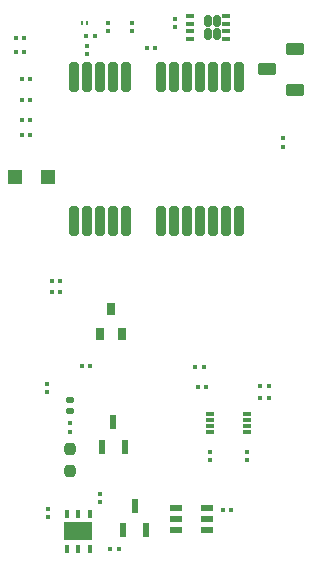
<source format=gbr>
%TF.GenerationSoftware,KiCad,Pcbnew,8.0.2*%
%TF.CreationDate,2024-07-30T14:29:59+02:00*%
%TF.ProjectId,lc29h_mikrobus_PCB,6c633239-685f-46d6-996b-726f6275735f,rev?*%
%TF.SameCoordinates,Original*%
%TF.FileFunction,Paste,Top*%
%TF.FilePolarity,Positive*%
%FSLAX46Y46*%
G04 Gerber Fmt 4.6, Leading zero omitted, Abs format (unit mm)*
G04 Created by KiCad (PCBNEW 8.0.2) date 2024-07-30 14:29:59*
%MOMM*%
%LPD*%
G01*
G04 APERTURE LIST*
G04 Aperture macros list*
%AMRoundRect*
0 Rectangle with rounded corners*
0 $1 Rounding radius*
0 $2 $3 $4 $5 $6 $7 $8 $9 X,Y pos of 4 corners*
0 Add a 4 corners polygon primitive as box body*
4,1,4,$2,$3,$4,$5,$6,$7,$8,$9,$2,$3,0*
0 Add four circle primitives for the rounded corners*
1,1,$1+$1,$2,$3*
1,1,$1+$1,$4,$5*
1,1,$1+$1,$6,$7*
1,1,$1+$1,$8,$9*
0 Add four rect primitives between the rounded corners*
20,1,$1+$1,$2,$3,$4,$5,0*
20,1,$1+$1,$4,$5,$6,$7,0*
20,1,$1+$1,$6,$7,$8,$9,0*
20,1,$1+$1,$8,$9,$2,$3,0*%
G04 Aperture macros list end*
%ADD10RoundRect,0.147500X-0.172500X0.147500X-0.172500X-0.147500X0.172500X-0.147500X0.172500X0.147500X0*%
%ADD11RoundRect,0.079500X-0.079500X-0.100500X0.079500X-0.100500X0.079500X0.100500X-0.079500X0.100500X0*%
%ADD12RoundRect,0.079500X0.079500X0.100500X-0.079500X0.100500X-0.079500X-0.100500X0.079500X-0.100500X0*%
%ADD13R,0.450000X0.750000*%
%ADD14R,2.400000X1.600000*%
%ADD15R,1.200000X1.200000*%
%ADD16R,0.800000X0.300000*%
%ADD17RoundRect,0.079500X-0.100500X0.079500X-0.100500X-0.079500X0.100500X-0.079500X0.100500X0.079500X0*%
%ADD18RoundRect,0.150000X-0.150000X-0.350000X0.150000X-0.350000X0.150000X0.350000X-0.150000X0.350000X0*%
%ADD19RoundRect,0.105000X-0.245000X-0.105000X0.245000X-0.105000X0.245000X0.105000X-0.245000X0.105000X0*%
%ADD20RoundRect,0.079500X0.100500X-0.079500X0.100500X0.079500X-0.100500X0.079500X-0.100500X-0.079500X0*%
%ADD21RoundRect,0.250000X0.550000X-0.250000X0.550000X0.250000X-0.550000X0.250000X-0.550000X-0.250000X0*%
%ADD22R,0.244000X0.300000*%
%ADD23RoundRect,0.237500X0.237500X-0.250000X0.237500X0.250000X-0.237500X0.250000X-0.237500X-0.250000X0*%
%ADD24R,1.125000X0.600000*%
%ADD25RoundRect,0.200000X-0.200000X1.050000X-0.200000X-1.050000X0.200000X-1.050000X0.200000X1.050000X0*%
%ADD26R,0.600000X1.250000*%
%ADD27R,0.650000X1.100000*%
G04 APERTURE END LIST*
D10*
%TO.C,D1*%
X130393000Y-80623500D03*
X130393000Y-81593500D03*
%TD*%
D11*
%TO.C,R13*%
X131428000Y-77771000D03*
X132118000Y-77771000D03*
%TD*%
D12*
%TO.C,R18*%
X129593000Y-71521000D03*
X128903000Y-71521000D03*
%TD*%
D13*
%TO.C,IC2*%
X132079500Y-90247000D03*
X131129500Y-90247000D03*
X130179500Y-90247000D03*
X130179500Y-93247000D03*
X131129500Y-93247000D03*
X132079500Y-93247000D03*
D14*
X131129500Y-91747000D03*
%TD*%
D15*
%TO.C,D2*%
X125725500Y-61731000D03*
X128525500Y-61731000D03*
%TD*%
D12*
%TO.C,C4*%
X127028000Y-53431000D03*
X126338000Y-53431000D03*
%TD*%
D11*
%TO.C,R4*%
X125813000Y-49971000D03*
X126503000Y-49971000D03*
%TD*%
D12*
%TO.C,C2*%
X127073000Y-56931000D03*
X126383000Y-56931000D03*
%TD*%
D16*
%TO.C,U1*%
X145393000Y-83321000D03*
X145393000Y-82821000D03*
X145393000Y-82321000D03*
X145393000Y-81821000D03*
X142293000Y-81821000D03*
X142293000Y-82321000D03*
X142293000Y-82821000D03*
X142293000Y-83321000D03*
%TD*%
D17*
%TO.C,R5*%
X139343000Y-48326000D03*
X139343000Y-49016000D03*
%TD*%
D12*
%TO.C,R12*%
X127073000Y-58231000D03*
X126383000Y-58231000D03*
%TD*%
D18*
%TO.C,Q2*%
X142123000Y-48531000D03*
X142123000Y-49661000D03*
X142833000Y-48531000D03*
X142833000Y-49661000D03*
D19*
X143603000Y-48121000D03*
X143603000Y-48771000D03*
X143603000Y-49421000D03*
X143603000Y-50071000D03*
X140603000Y-48121000D03*
X140603000Y-48771000D03*
X140603000Y-49421000D03*
X140603000Y-50071000D03*
%TD*%
D12*
%TO.C,R15*%
X134538000Y-93221000D03*
X133848000Y-93221000D03*
%TD*%
D20*
%TO.C,C6*%
X135713000Y-49386000D03*
X135713000Y-48696000D03*
%TD*%
D17*
%TO.C,C7*%
X131833000Y-50681000D03*
X131833000Y-51371000D03*
%TD*%
D12*
%TO.C,C3*%
X127073000Y-55231000D03*
X126383000Y-55231000D03*
%TD*%
D20*
%TO.C,R14*%
X148493000Y-59166000D03*
X148493000Y-58476000D03*
%TD*%
D17*
%TO.C,C9*%
X128593000Y-89831000D03*
X128593000Y-90521000D03*
%TD*%
D21*
%TO.C,SW1*%
X149443000Y-54371000D03*
X147143000Y-52621000D03*
X149443000Y-50871000D03*
%TD*%
D17*
%TO.C,R16*%
X132993000Y-88556000D03*
X132993000Y-89246000D03*
%TD*%
D11*
%TO.C,R3*%
X146548000Y-80421000D03*
X147238000Y-80421000D03*
%TD*%
D22*
%TO.C,D3*%
X131421000Y-48721000D03*
X131833000Y-48721000D03*
%TD*%
D20*
%TO.C,R10*%
X142293000Y-85746000D03*
X142293000Y-85056000D03*
%TD*%
D12*
%TO.C,L1*%
X132498000Y-49831000D03*
X131808000Y-49831000D03*
%TD*%
%TO.C,R19*%
X129593000Y-70521000D03*
X128903000Y-70521000D03*
%TD*%
D20*
%TO.C,R2*%
X130393000Y-83303500D03*
X130393000Y-82613500D03*
%TD*%
D23*
%TO.C,R1*%
X130393000Y-86633500D03*
X130393000Y-84808500D03*
%TD*%
D20*
%TO.C,R17*%
X128493000Y-79966000D03*
X128493000Y-79276000D03*
%TD*%
D11*
%TO.C,R6*%
X125853000Y-51121000D03*
X126543000Y-51121000D03*
%TD*%
D20*
%TO.C,R11*%
X145393000Y-85746000D03*
X145393000Y-85056000D03*
%TD*%
D11*
%TO.C,R8*%
X141048000Y-77821000D03*
X141738000Y-77821000D03*
%TD*%
D20*
%TO.C,C5*%
X133603000Y-49391000D03*
X133603000Y-48701000D03*
%TD*%
D11*
%TO.C,C1*%
X146548000Y-79421000D03*
X147238000Y-79421000D03*
%TD*%
D24*
%TO.C,IC3*%
X139371000Y-89771000D03*
X139371000Y-90721000D03*
X139371000Y-91671000D03*
X141995000Y-91671000D03*
X141995000Y-90721000D03*
X141995000Y-89771000D03*
%TD*%
D11*
%TO.C,R7*%
X141248000Y-79521000D03*
X141938000Y-79521000D03*
%TD*%
D12*
%TO.C,R9*%
X137598000Y-50831000D03*
X136908000Y-50831000D03*
%TD*%
D25*
%TO.C,U2*%
X144733000Y-53291000D03*
X143633000Y-53291000D03*
X142533000Y-53291000D03*
X141433000Y-53291000D03*
X140333000Y-53291000D03*
X139233000Y-53291000D03*
X138133000Y-53291000D03*
X135133000Y-53291000D03*
X134033000Y-53291000D03*
X132933000Y-53291000D03*
X131833000Y-53291000D03*
X130733000Y-53291000D03*
X130733000Y-65491000D03*
X131833000Y-65491000D03*
X132933000Y-65491000D03*
X134033000Y-65491000D03*
X135133000Y-65491000D03*
X138133000Y-65491000D03*
X139233000Y-65491000D03*
X140333000Y-65491000D03*
X141433000Y-65491000D03*
X142533000Y-65491000D03*
X143633000Y-65491000D03*
X144733000Y-65491000D03*
%TD*%
D26*
%TO.C,Q4*%
X134938000Y-91671000D03*
X136848000Y-91671000D03*
X135893000Y-89571000D03*
%TD*%
%TO.C,Q5*%
X133138000Y-84621000D03*
X135048000Y-84621000D03*
X134093000Y-82521000D03*
%TD*%
D27*
%TO.C,Q3*%
X132933000Y-75021000D03*
X134853000Y-75021000D03*
X133893000Y-72921000D03*
%TD*%
D11*
%TO.C,C8*%
X143348000Y-89921000D03*
X144038000Y-89921000D03*
%TD*%
M02*

</source>
